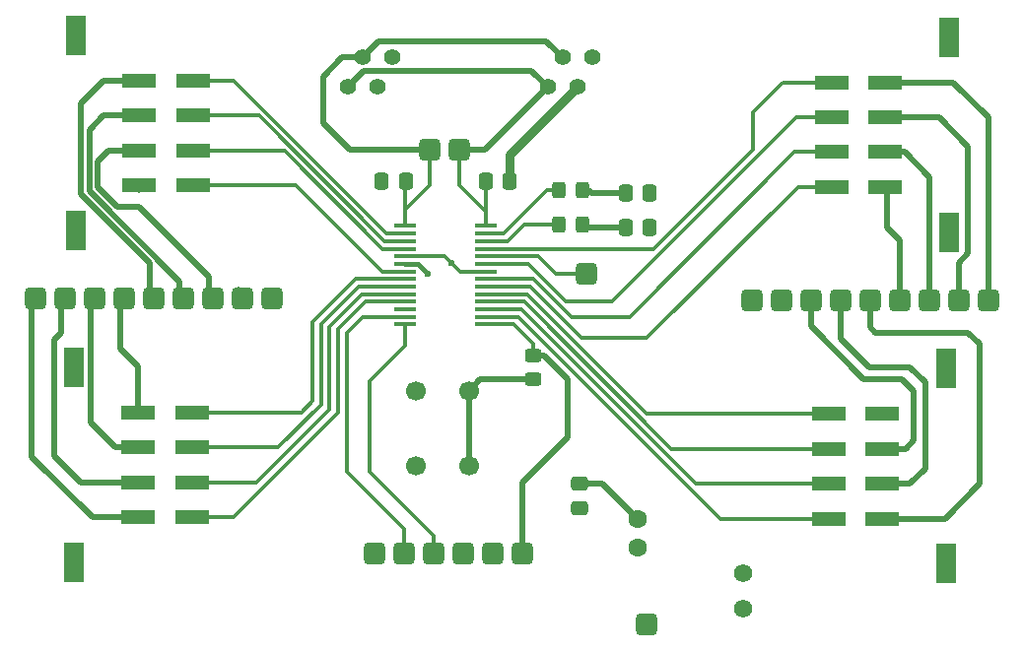
<source format=gbr>
%TF.GenerationSoftware,KiCad,Pcbnew,9.0.5*%
%TF.CreationDate,2025-11-19T11:21:45-07:00*%
%TF.ProjectId,USlave,55536c61-7665-42e6-9b69-6361645f7063,rev?*%
%TF.SameCoordinates,Original*%
%TF.FileFunction,Copper,L1,Top*%
%TF.FilePolarity,Positive*%
%FSLAX46Y46*%
G04 Gerber Fmt 4.6, Leading zero omitted, Abs format (unit mm)*
G04 Created by KiCad (PCBNEW 9.0.5) date 2025-11-19 11:21:45*
%MOMM*%
%LPD*%
G01*
G04 APERTURE LIST*
G04 Aperture macros list*
%AMRoundRect*
0 Rectangle with rounded corners*
0 $1 Rounding radius*
0 $2 $3 $4 $5 $6 $7 $8 $9 X,Y pos of 4 corners*
0 Add a 4 corners polygon primitive as box body*
4,1,4,$2,$3,$4,$5,$6,$7,$8,$9,$2,$3,0*
0 Add four circle primitives for the rounded corners*
1,1,$1+$1,$2,$3*
1,1,$1+$1,$4,$5*
1,1,$1+$1,$6,$7*
1,1,$1+$1,$8,$9*
0 Add four rect primitives between the rounded corners*
20,1,$1+$1,$2,$3,$4,$5,0*
20,1,$1+$1,$4,$5,$6,$7,0*
20,1,$1+$1,$6,$7,$8,$9,0*
20,1,$1+$1,$8,$9,$2,$3,0*%
G04 Aperture macros list end*
%TA.AperFunction,SMDPad,CuDef*%
%ADD10RoundRect,0.250000X-0.337500X-0.475000X0.337500X-0.475000X0.337500X0.475000X-0.337500X0.475000X0*%
%TD*%
%TA.AperFunction,ComponentPad*%
%ADD11RoundRect,0.250000X-0.337500X-0.475000X0.337500X-0.475000X0.337500X0.475000X-0.337500X0.475000X0*%
%TD*%
%TA.AperFunction,ComponentPad*%
%ADD12RoundRect,0.476250X0.476250X0.476250X-0.476250X0.476250X-0.476250X-0.476250X0.476250X-0.476250X0*%
%TD*%
%TA.AperFunction,ComponentPad*%
%ADD13RoundRect,0.476250X-0.476250X-0.476250X0.476250X-0.476250X0.476250X0.476250X-0.476250X0.476250X0*%
%TD*%
%TA.AperFunction,ComponentPad*%
%ADD14R,2.921000X1.270000*%
%TD*%
%TA.AperFunction,SMDPad,CuDef*%
%ADD15R,1.651000X3.429000*%
%TD*%
%TA.AperFunction,SMDPad,CuDef*%
%ADD16RoundRect,0.100000X0.850000X0.100000X-0.850000X0.100000X-0.850000X-0.100000X0.850000X-0.100000X0*%
%TD*%
%TA.AperFunction,SMDPad,CuDef*%
%ADD17RoundRect,0.250000X0.450000X-0.325000X0.450000X0.325000X-0.450000X0.325000X-0.450000X-0.325000X0*%
%TD*%
%TA.AperFunction,SMDPad,CuDef*%
%ADD18RoundRect,0.250000X-0.325000X-0.450000X0.325000X-0.450000X0.325000X0.450000X-0.325000X0.450000X0*%
%TD*%
%TA.AperFunction,SMDPad,CuDef*%
%ADD19RoundRect,0.250000X0.337500X0.475000X-0.337500X0.475000X-0.337500X-0.475000X0.337500X-0.475000X0*%
%TD*%
%TA.AperFunction,SMDPad,CuDef*%
%ADD20RoundRect,0.250000X0.475000X-0.337500X0.475000X0.337500X-0.475000X0.337500X-0.475000X-0.337500X0*%
%TD*%
%TA.AperFunction,ComponentPad*%
%ADD21RoundRect,0.250000X0.475000X-0.337500X0.475000X0.337500X-0.475000X0.337500X-0.475000X-0.337500X0*%
%TD*%
%TA.AperFunction,ComponentPad*%
%ADD22C,1.574800*%
%TD*%
%TA.AperFunction,ComponentPad*%
%ADD23C,1.400000*%
%TD*%
%TA.AperFunction,ComponentPad*%
%ADD24C,1.700000*%
%TD*%
%TA.AperFunction,ComponentPad*%
%ADD25C,1.600000*%
%TD*%
%TA.AperFunction,ViaPad*%
%ADD26C,0.600000*%
%TD*%
%TA.AperFunction,Conductor*%
%ADD27C,0.500000*%
%TD*%
%TA.AperFunction,Conductor*%
%ADD28C,0.300000*%
%TD*%
%TA.AperFunction,Conductor*%
%ADD29C,0.762000*%
%TD*%
%TA.AperFunction,Conductor*%
%ADD30C,0.381000*%
%TD*%
G04 APERTURE END LIST*
D10*
%TO.P,R6,1*%
%TO.N,Net-(D2-K)*%
X199962500Y-73000000D03*
D11*
%TO.P,R6,2*%
%TO.N,GND*%
X202037500Y-73000000D03*
%TD*%
D12*
%TO.P,J3,1*%
%TO.N,Net-(D1-K)*%
X191080000Y-101000000D03*
%TO.P,J3,2*%
%TO.N,Net-(U1-V_{DD})*%
X188540000Y-101000000D03*
%TO.P,J3,3*%
%TO.N,GND*%
X186000000Y-101000000D03*
%TO.P,J3,4*%
%TO.N,Net-(U1-ICSPDAT{slash}RB7)*%
X183460000Y-101000000D03*
%TO.P,J3,5*%
%TO.N,Net-(U1-ICSPCLK{slash}RB6)*%
X180920000Y-101000000D03*
%TO.P,J3,6*%
%TO.N,unconnected-(J3-Pad6)*%
X178380000Y-101000000D03*
%TD*%
D13*
%TO.P,R2,1,COM*%
%TO.N,Net-(U1-V_{DD})*%
X210802999Y-79250000D03*
%TO.P,R2,2,R1*%
%TO.N,Net-(R2-R1)*%
X213342999Y-79250000D03*
%TO.P,R2,3,R2*%
%TO.N,Net-(R2-R2)*%
X215882999Y-79250000D03*
%TO.P,R2,4,R3*%
%TO.N,Net-(R2-R3)*%
X218422999Y-79250000D03*
%TO.P,R2,5,R4*%
%TO.N,Net-(R2-R4)*%
X220962999Y-79250000D03*
%TO.P,R2,6,R5*%
%TO.N,Net-(R2-R5)*%
X223502999Y-79250000D03*
%TO.P,R2,7,R6*%
%TO.N,Net-(R2-R6)*%
X226042999Y-79250000D03*
%TO.P,R2,8,R7*%
%TO.N,Net-(R2-R7)*%
X228582999Y-79250000D03*
%TO.P,R2,9,R8*%
%TO.N,Net-(R2-R8)*%
X231127441Y-79259999D03*
%TD*%
D14*
%TO.P,J9,1,1*%
%TO.N,Net-(R2-R8)*%
X222300000Y-60500001D03*
%TO.P,J9,2,2*%
%TO.N,Net-(R2-R7)*%
X222300000Y-63500000D03*
%TO.P,J9,3,3*%
%TO.N,Net-(R2-R6)*%
X222300000Y-66500000D03*
%TO.P,J9,4,4*%
%TO.N,Net-(R2-R5)*%
X222300000Y-69499999D03*
%TO.P,J9,5,5*%
%TO.N,Net-(U1-RC0)*%
X217670001Y-60500001D03*
%TO.P,J9,6,6*%
%TO.N,Net-(U1-RA7)*%
X217670001Y-63500000D03*
%TO.P,J9,7,7*%
%TO.N,Net-(U1-RA5)*%
X217670001Y-66500000D03*
%TO.P,J9,8,8*%
%TO.N,Net-(U1-RA4)*%
X217670001Y-69499999D03*
D15*
%TO.P,J9,9*%
%TO.N,N/C*%
X227770001Y-73385000D03*
%TO.P,J9,10*%
X227770001Y-56615000D03*
%TD*%
D16*
%TO.P,U1,1,RE3/~{MCLR}/V_{PP}*%
%TO.N,Net-(D1-K)*%
X188000000Y-81300000D03*
%TO.P,U1,2,RA0*%
%TO.N,Net-(U1-RA0)*%
X188000000Y-80650000D03*
%TO.P,U1,3,RA1*%
%TO.N,Net-(U1-RA1)*%
X188000000Y-80000000D03*
%TO.P,U1,4,RA2*%
%TO.N,Net-(U1-RA2)*%
X188000000Y-79350000D03*
%TO.P,U1,5,RA3*%
%TO.N,Net-(U1-RA3)*%
X188000000Y-78700000D03*
%TO.P,U1,6,RA4*%
%TO.N,Net-(U1-RA4)*%
X188000000Y-78050000D03*
%TO.P,U1,7,RA5*%
%TO.N,Net-(U1-RA5)*%
X188000000Y-77400000D03*
%TO.P,U1,8,V_{SS}*%
%TO.N,GND*%
X188000000Y-76750000D03*
%TO.P,U1,9,RA7*%
%TO.N,Net-(U1-RA7)*%
X188000000Y-76100000D03*
%TO.P,U1,10,RA6*%
%TO.N,Net-(U1-RA6)*%
X188000000Y-75450000D03*
%TO.P,U1,11,RC0*%
%TO.N,Net-(U1-RC0)*%
X188000000Y-74800000D03*
%TO.P,U1,12,RC1*%
%TO.N,Net-(D2-A)*%
X188000000Y-74150000D03*
%TO.P,U1,13,RC2*%
%TO.N,Net-(D3-A)*%
X188000000Y-73500000D03*
%TO.P,U1,14,RC3*%
%TO.N,Net-(U1-RC3)*%
X188000000Y-72850000D03*
%TO.P,U1,15,RC4*%
%TO.N,Net-(U1-RC4)*%
X181000000Y-72850000D03*
%TO.P,U1,16,RC5*%
%TO.N,Net-(U1-RC5)*%
X181000000Y-73500000D03*
%TO.P,U1,17,RC6*%
%TO.N,Net-(U1-RC6)*%
X181000000Y-74150000D03*
%TO.P,U1,18,RC7*%
%TO.N,Net-(U1-RC7)*%
X181000000Y-74800000D03*
%TO.P,U1,19,V_{SS}*%
%TO.N,GND*%
X181000000Y-75450000D03*
%TO.P,U1,20,V_{DD}*%
%TO.N,Net-(U1-V_{DD})*%
X181000000Y-76100000D03*
%TO.P,U1,21,RB0*%
%TO.N,Net-(U1-RB0)*%
X181000000Y-76750000D03*
%TO.P,U1,22,RB1*%
%TO.N,Net-(U1-RB1)*%
X181000000Y-77400000D03*
%TO.P,U1,23,RB2*%
%TO.N,Net-(U1-RB2)*%
X181000000Y-78050000D03*
%TO.P,U1,24,RB3*%
%TO.N,Net-(U1-RB3)*%
X181000000Y-78700000D03*
%TO.P,U1,25,RB4*%
%TO.N,Net-(U1-RB4)*%
X181000000Y-79350000D03*
%TO.P,U1,26,RB5*%
%TO.N,unconnected-(U1-RB5-Pad26)*%
X181000000Y-80000000D03*
%TO.P,U1,27,ICSPCLK/RB6*%
%TO.N,Net-(U1-ICSPCLK{slash}RB6)*%
X181000000Y-80650000D03*
%TO.P,U1,28,ICSPDAT/RB7*%
%TO.N,Net-(U1-ICSPDAT{slash}RB7)*%
X181000000Y-81300000D03*
%TD*%
D17*
%TO.P,D1,1,K*%
%TO.N,Net-(D1-K)*%
X192000000Y-84000000D03*
%TO.P,D1,2,A*%
%TO.N,Net-(D1-A)*%
X192000000Y-86032000D03*
%TD*%
D14*
%TO.P,J6,1,1*%
%TO.N,Net-(R3-R1)*%
X158192538Y-69366816D03*
%TO.P,J6,2,2*%
%TO.N,Net-(R3-R2)*%
X158192538Y-66366817D03*
%TO.P,J6,3,3*%
%TO.N,Net-(R3-R3)*%
X158192538Y-63366817D03*
%TO.P,J6,4,4*%
%TO.N,Net-(R3-R4)*%
X158192538Y-60366818D03*
%TO.P,J6,5,5*%
%TO.N,Net-(U1-RB0)*%
X162822537Y-69366816D03*
%TO.P,J6,6,6*%
%TO.N,Net-(U1-RC7)*%
X162822537Y-66366817D03*
%TO.P,J6,7,7*%
%TO.N,Net-(U1-RC6)*%
X162822537Y-63366817D03*
%TO.P,J6,8,8*%
%TO.N,Net-(U1-RC5)*%
X162822537Y-60366818D03*
D15*
%TO.P,J6,9*%
%TO.N,N/C*%
X152722537Y-56481817D03*
%TO.P,J6,10*%
X152722537Y-73251817D03*
%TD*%
D18*
%TO.P,D2,1,K*%
%TO.N,Net-(D2-K)*%
X196270000Y-72762000D03*
%TO.P,D2,2,A*%
%TO.N,Net-(D2-A)*%
X194238000Y-72762000D03*
%TD*%
D19*
%TO.P,R4,1*%
%TO.N,Net-(U1-V_{DD})*%
X190037500Y-69000000D03*
%TO.P,R4,2*%
%TO.N,Net-(U1-RC3)*%
X187962500Y-69000000D03*
%TD*%
D14*
%TO.P,J8,1,1*%
%TO.N,Net-(R2-R1)*%
X222042998Y-89000000D03*
%TO.P,J8,2,2*%
%TO.N,Net-(R2-R2)*%
X222042998Y-91999999D03*
%TO.P,J8,3,3*%
%TO.N,Net-(R2-R3)*%
X222042998Y-94999999D03*
%TO.P,J8,4,4*%
%TO.N,Net-(R2-R4)*%
X222042998Y-97999998D03*
%TO.P,J8,5,5*%
%TO.N,Net-(U1-RA3)*%
X217412999Y-89000000D03*
%TO.P,J8,6,6*%
%TO.N,Net-(U1-RA2)*%
X217412999Y-91999999D03*
%TO.P,J8,7,7*%
%TO.N,Net-(U1-RA1)*%
X217412999Y-94999999D03*
%TO.P,J8,8,8*%
%TO.N,Net-(U1-RA0)*%
X217412999Y-97999998D03*
D15*
%TO.P,J8,9*%
%TO.N,N/C*%
X227512999Y-101884999D03*
%TO.P,J8,10*%
X227512999Y-85114999D03*
%TD*%
D12*
%TO.P,J2,1*%
%TO.N,Net-(U1-RC3)*%
X185680000Y-66300000D03*
%TO.P,J2,2*%
%TO.N,Net-(U1-RC4)*%
X183140000Y-66300000D03*
%TD*%
D13*
%TO.P,TP1,1,1*%
%TO.N,GND*%
X201800000Y-107100000D03*
%TD*%
D14*
%TO.P,J7,1,1*%
%TO.N,Net-(R3-R8)*%
X158079539Y-97866815D03*
%TO.P,J7,2,2*%
%TO.N,Net-(R3-R7)*%
X158079539Y-94866816D03*
%TO.P,J7,3,3*%
%TO.N,Net-(R3-R6)*%
X158079539Y-91866816D03*
%TO.P,J7,4,4*%
%TO.N,Net-(R3-R5)*%
X158079539Y-88866817D03*
%TO.P,J7,5,5*%
%TO.N,Net-(U1-RB4)*%
X162709538Y-97866815D03*
%TO.P,J7,6,6*%
%TO.N,Net-(U1-RB3)*%
X162709538Y-94866816D03*
%TO.P,J7,7,7*%
%TO.N,Net-(U1-RB2)*%
X162709538Y-91866816D03*
%TO.P,J7,8,8*%
%TO.N,Net-(U1-RB1)*%
X162709538Y-88866817D03*
D15*
%TO.P,J7,9*%
%TO.N,N/C*%
X152609538Y-84981816D03*
%TO.P,J7,10*%
X152609538Y-101751816D03*
%TD*%
D20*
%TO.P,R1,1*%
%TO.N,Net-(R1-Pad1)*%
X196000000Y-97075000D03*
D21*
%TO.P,R1,2*%
%TO.N,Net-(D1-A)*%
X196000000Y-95000000D03*
%TD*%
D22*
%TO.P,J1,1*%
%TO.N,Net-(U1-V_{DD})*%
X210039600Y-105735700D03*
%TO.P,J1,2*%
%TO.N,GND*%
X210039600Y-102735701D03*
%TD*%
D23*
%TO.P,J5,1*%
%TO.N,GND*%
X197127401Y-58328877D03*
%TO.P,J5,2*%
%TO.N,Net-(U1-V_{DD})*%
X195857401Y-60868877D03*
%TO.P,J5,3*%
%TO.N,Net-(U1-RC4)*%
X194587401Y-58328877D03*
%TO.P,J5,4*%
%TO.N,Net-(U1-RC3)*%
X193317401Y-60868877D03*
%TD*%
D10*
%TO.P,R7,1*%
%TO.N,Net-(D3-K)*%
X199962500Y-70000000D03*
D11*
%TO.P,R7,2*%
%TO.N,GND*%
X202037500Y-70000000D03*
%TD*%
D23*
%TO.P,J4,1*%
%TO.N,GND*%
X179905000Y-58350000D03*
%TO.P,J4,2*%
%TO.N,Net-(U1-V_{DD})*%
X178635000Y-60890000D03*
%TO.P,J4,3*%
%TO.N,Net-(U1-RC4)*%
X177365000Y-58350000D03*
%TO.P,J4,4*%
%TO.N,Net-(U1-RC3)*%
X176095000Y-60890000D03*
%TD*%
D12*
%TO.P,R3,1,COM*%
%TO.N,Net-(U1-V_{DD})*%
X169600000Y-79100000D03*
%TO.P,R3,2,R1*%
%TO.N,Net-(R3-R1)*%
X167060000Y-79100000D03*
%TO.P,R3,3,R2*%
%TO.N,Net-(R3-R2)*%
X164520000Y-79100000D03*
%TO.P,R3,4,R3*%
%TO.N,Net-(R3-R3)*%
X161980000Y-79100000D03*
%TO.P,R3,5,R4*%
%TO.N,Net-(R3-R4)*%
X159440000Y-79100000D03*
%TO.P,R3,6,R5*%
%TO.N,Net-(R3-R5)*%
X156900000Y-79100000D03*
%TO.P,R3,7,R6*%
%TO.N,Net-(R3-R6)*%
X154360000Y-79100000D03*
%TO.P,R3,8,R7*%
%TO.N,Net-(R3-R7)*%
X151820000Y-79100000D03*
%TO.P,R3,9,R8*%
%TO.N,Net-(R3-R8)*%
X149275558Y-79090001D03*
%TD*%
D24*
%TO.P,SW1,1,1*%
%TO.N,GND*%
X182000000Y-93500000D03*
X182000000Y-87000000D03*
%TO.P,SW1,2,2*%
%TO.N,Net-(D1-A)*%
X186500000Y-93500000D03*
X186500000Y-87000000D03*
%TD*%
D11*
%TO.P,R5,1*%
%TO.N,Net-(U1-V_{DD})*%
X179000000Y-69000000D03*
D10*
%TO.P,R5,2*%
%TO.N,Net-(U1-RC4)*%
X181075000Y-69000000D03*
%TD*%
D13*
%TO.P,TP2,1,1*%
%TO.N,Net-(U1-RA6)*%
X196600000Y-77000000D03*
%TD*%
D18*
%TO.P,D3,1,K*%
%TO.N,Net-(D3-K)*%
X196270000Y-69762000D03*
%TO.P,D3,2,A*%
%TO.N,Net-(D3-A)*%
X194238000Y-69762000D03*
%TD*%
D25*
%TO.P,C1,1*%
%TO.N,Net-(D1-A)*%
X201000000Y-98000000D03*
%TO.P,C1,2*%
%TO.N,GND*%
X201000000Y-100500000D03*
%TD*%
D26*
%TO.N,GND*%
X185000000Y-76000000D03*
%TO.N,Net-(U1-V_{DD})*%
X183000000Y-77000000D03*
%TD*%
D27*
%TO.N,Net-(D1-A)*%
X187468000Y-86032000D02*
X192000000Y-86032000D01*
X198000000Y-95000000D02*
X196000000Y-95000000D01*
X186500000Y-87000000D02*
X187468000Y-86032000D01*
X186500000Y-93500000D02*
X186500000Y-87000000D01*
X201000000Y-98000000D02*
X198000000Y-95000000D01*
%TO.N,Net-(D1-K)*%
X195000000Y-86000000D02*
X193000000Y-84000000D01*
X195000000Y-91000000D02*
X195000000Y-86000000D01*
X191080000Y-101000000D02*
X191080000Y-94920000D01*
D28*
X188000000Y-81300000D02*
X190300000Y-81300000D01*
D27*
X191080000Y-94920000D02*
X195000000Y-91000000D01*
D28*
X192000000Y-83000000D02*
X192000000Y-84000000D01*
X190300000Y-81300000D02*
X192000000Y-83000000D01*
D27*
X193000000Y-84000000D02*
X192000000Y-84000000D01*
%TO.N,Net-(D2-K)*%
X199962500Y-73000000D02*
X196508000Y-73000000D01*
X196508000Y-73000000D02*
X196270000Y-72762000D01*
%TO.N,Net-(D3-K)*%
X196762000Y-69762000D02*
X196270000Y-69762000D01*
X199962500Y-70000000D02*
X197000000Y-70000000D01*
X197000000Y-70000000D02*
X196762000Y-69762000D01*
D28*
%TO.N,Net-(D3-A)*%
X189500000Y-73500000D02*
X193238000Y-69762000D01*
X193238000Y-69762000D02*
X194238000Y-69762000D01*
X188000000Y-73500000D02*
X189500000Y-73500000D01*
%TO.N,GND*%
X185750000Y-76750000D02*
X188000000Y-76750000D01*
X184450000Y-75450000D02*
X185000000Y-76000000D01*
X181000000Y-75450000D02*
X184450000Y-75450000D01*
X185000000Y-76000000D02*
X185750000Y-76750000D01*
D27*
%TO.N,Net-(U1-RC3)*%
X187886278Y-66300000D02*
X185680000Y-66300000D01*
D28*
X188000000Y-71620000D02*
X185680000Y-69300000D01*
D27*
X176095000Y-60890000D02*
X177484000Y-59501000D01*
D28*
X188000000Y-71620000D02*
X188000000Y-69037500D01*
D27*
X177484000Y-59501000D02*
X191861000Y-59501000D01*
D28*
X188000000Y-72850000D02*
X188000000Y-71620000D01*
X188000000Y-69037500D02*
X187962500Y-69000000D01*
D27*
X187962500Y-69000000D02*
X187962500Y-68582500D01*
X191861000Y-59501000D02*
X193600000Y-61240000D01*
D28*
X185680000Y-69300000D02*
X185680000Y-66300000D01*
D27*
X192946278Y-61240000D02*
X187886278Y-66300000D01*
D28*
%TO.N,Net-(U1-RC4)*%
X181000000Y-69075000D02*
X181075000Y-69000000D01*
D27*
X178715000Y-57000000D02*
X193170000Y-57000000D01*
X177365000Y-58350000D02*
X178715000Y-57000000D01*
X175650000Y-58350000D02*
X174000000Y-60000000D01*
X193170000Y-57000000D02*
X194870000Y-58700000D01*
D28*
X181000000Y-72850000D02*
X181000000Y-71447500D01*
D27*
X174000000Y-60000000D02*
X174000000Y-64000000D01*
D28*
X181000000Y-71447500D02*
X183140000Y-69307500D01*
D27*
X174000000Y-64000000D02*
X176300000Y-66300000D01*
D28*
X183140000Y-69307500D02*
X183140000Y-66300000D01*
X181000000Y-72850000D02*
X181000000Y-69075000D01*
D27*
X177365000Y-58350000D02*
X175650000Y-58350000D01*
X176300000Y-66300000D02*
X183140000Y-66300000D01*
D28*
%TO.N,Net-(U1-ICSPDAT{slash}RB7)*%
X183460000Y-99460000D02*
X178000000Y-94000000D01*
X181000000Y-83150000D02*
X181000000Y-81300000D01*
X178000000Y-94000000D02*
X178000000Y-86150000D01*
X183460000Y-101000000D02*
X183460000Y-99460000D01*
X178000000Y-86150000D02*
X181000000Y-83150000D01*
%TO.N,Net-(U1-ICSPCLK{slash}RB6)*%
X176000000Y-94000000D02*
X176000000Y-82000000D01*
X180920000Y-98920000D02*
X176000000Y-94000000D01*
X177350000Y-80650000D02*
X181000000Y-80650000D01*
X176000000Y-82000000D02*
X177350000Y-80650000D01*
X180920000Y-101000000D02*
X180920000Y-98920000D01*
D27*
%TO.N,Net-(R3-R2)*%
X158199539Y-71216817D02*
X156290903Y-71216817D01*
X164220000Y-77237278D02*
X158199539Y-71216817D01*
X154600539Y-67315817D02*
X155549539Y-66366817D01*
X155549539Y-66366817D02*
X158192538Y-66366817D01*
X154600539Y-69526453D02*
X154600539Y-67315817D01*
X156290903Y-71216817D02*
X154600539Y-69526453D01*
X164220000Y-79100000D02*
X164220000Y-77237278D01*
%TO.N,Net-(R3-R3)*%
X161680000Y-77597278D02*
X153899539Y-69816817D01*
X161680000Y-79100000D02*
X161680000Y-77597278D01*
X153899539Y-69816817D02*
X153899539Y-64616817D01*
X155149539Y-63366817D02*
X158192538Y-63366817D01*
X153899539Y-64616817D02*
X155149539Y-63366817D01*
%TO.N,Net-(R3-R4)*%
X155149538Y-60366818D02*
X158192538Y-60366818D01*
X153198539Y-70107181D02*
X153198539Y-62317817D01*
X153198539Y-62317817D02*
X155149538Y-60366818D01*
X159140000Y-79100000D02*
X159140000Y-76048642D01*
X159140000Y-76048642D02*
X153198539Y-70107181D01*
%TO.N,Net-(R3-R1)*%
X166760000Y-79100000D02*
X166760000Y-78341528D01*
X158192538Y-69774066D02*
X158192538Y-69366816D01*
%TO.N,Net-(R3-R8)*%
X154149537Y-97866815D02*
X158079539Y-97866815D01*
X148975558Y-92692836D02*
X154149537Y-97866815D01*
X148975558Y-79366357D02*
X148975558Y-92692836D01*
%TO.N,Net-(R3-R7)*%
X150899539Y-92616817D02*
X150899539Y-82616817D01*
X158079539Y-94866816D02*
X153149538Y-94866816D01*
X150899539Y-82616817D02*
X151520000Y-81996356D01*
X153149538Y-94866816D02*
X150899539Y-92616817D01*
X151520000Y-81996356D02*
X151520000Y-79376356D01*
%TO.N,Net-(R3-R6)*%
X154060000Y-79376356D02*
X154060000Y-89777278D01*
X154060000Y-89777278D02*
X156149538Y-91866816D01*
X156149538Y-91866816D02*
X158079539Y-91866816D01*
%TO.N,Net-(R3-R5)*%
X158079539Y-84896817D02*
X158079539Y-88866817D01*
X156600000Y-83417278D02*
X158079539Y-84896817D01*
X156600000Y-79376356D02*
X156600000Y-83417278D01*
%TO.N,Net-(R2-R2)*%
X215882999Y-81470000D02*
X220412999Y-86000000D01*
X224712999Y-91300000D02*
X224013000Y-91999999D01*
X223712999Y-86000000D02*
X224712999Y-87000000D01*
X224712999Y-87000000D02*
X224712999Y-91300000D01*
X215882999Y-79250000D02*
X215882999Y-81470000D01*
X220412999Y-86000000D02*
X223712999Y-86000000D01*
X224013000Y-91999999D02*
X222042998Y-91999999D01*
%TO.N,Net-(R2-R4)*%
X227412999Y-98000000D02*
X230412999Y-95000000D01*
X227412997Y-97999998D02*
X227412999Y-98000000D01*
X230412999Y-95000000D02*
X230412999Y-83000000D01*
X230412999Y-83000000D02*
X229412999Y-82000000D01*
X220962999Y-81550000D02*
X220962999Y-79250000D01*
X222042998Y-97999998D02*
X227412997Y-97999998D01*
X221412999Y-82000000D02*
X220962999Y-81550000D01*
X229412999Y-82000000D02*
X221412999Y-82000000D01*
%TO.N,Net-(R2-R3)*%
X220912999Y-85000000D02*
X218422999Y-82510000D01*
X225712999Y-86300000D02*
X224412999Y-85000000D01*
X224413000Y-94999999D02*
X225712999Y-93700000D01*
X225712999Y-93700000D02*
X225712999Y-86300000D01*
X222042998Y-94999999D02*
X224413000Y-94999999D01*
X224412999Y-85000000D02*
X220912999Y-85000000D01*
X218422999Y-82510000D02*
X218422999Y-79250000D01*
%TO.N,Net-(R2-R5)*%
X222412999Y-73000000D02*
X222412999Y-69612998D01*
X223502999Y-79250000D02*
X223502999Y-74090000D01*
X222412999Y-69612998D02*
X222300000Y-69499999D01*
X223502999Y-74090000D02*
X222412999Y-73000000D01*
%TO.N,Net-(R2-R8)*%
X228106500Y-60500001D02*
X222300000Y-60500001D01*
X231127441Y-79259999D02*
X231127441Y-63520942D01*
X231127441Y-63520942D02*
X228106500Y-60500001D01*
%TO.N,Net-(R2-R6)*%
X223912999Y-66500000D02*
X222300000Y-66500000D01*
X226042999Y-79250000D02*
X226042999Y-68630000D01*
X226042999Y-68630000D02*
X223912999Y-66500000D01*
%TO.N,Net-(R2-R7)*%
X228582999Y-79250000D02*
X228582999Y-76040000D01*
X229412999Y-75210000D02*
X229412999Y-66000000D01*
X228582999Y-76040000D02*
X229412999Y-75210000D01*
X226912999Y-63500000D02*
X222300000Y-63500000D01*
X229412999Y-66000000D02*
X226912999Y-63500000D01*
D28*
%TO.N,Net-(U1-RA6)*%
X194000000Y-77000000D02*
X192450000Y-75450000D01*
X192450000Y-75450000D02*
X188000000Y-75450000D01*
X196600000Y-77000000D02*
X194000000Y-77000000D01*
D29*
%TO.N,Net-(U1-V_{DD})*%
X190037500Y-66688778D02*
X190037500Y-69000000D01*
D30*
X181000000Y-76100000D02*
X182100000Y-76100000D01*
D29*
X195857401Y-60868877D02*
X190037500Y-66688778D01*
D30*
X182100000Y-76100000D02*
X183000000Y-77000000D01*
D28*
%TO.N,Net-(U1-RA1)*%
X205999999Y-94999999D02*
X217412999Y-94999999D01*
X191000000Y-80000000D02*
X205999999Y-94999999D01*
X188000000Y-80000000D02*
X191000000Y-80000000D01*
%TO.N,Net-(U1-RA0)*%
X188000000Y-80650000D02*
X190750000Y-80650000D01*
X190750000Y-80650000D02*
X208099998Y-97999998D01*
X208099998Y-97999998D02*
X217412999Y-97999998D01*
%TO.N,Net-(U1-RB0)*%
X171666816Y-69366816D02*
X162822537Y-69366816D01*
X181000000Y-76750000D02*
X179050000Y-76750000D01*
X179050000Y-76750000D02*
X171666816Y-69366816D01*
%TO.N,Net-(U1-RA5)*%
X192000000Y-77400000D02*
X195300000Y-80700000D01*
X214500000Y-66500000D02*
X217500000Y-66500000D01*
X200300000Y-80700000D02*
X214500000Y-66500000D01*
X195300000Y-80700000D02*
X200300000Y-80700000D01*
X188000000Y-77400000D02*
X192000000Y-77400000D01*
%TO.N,Net-(U1-RB4)*%
X175300000Y-88900000D02*
X166333185Y-97866815D01*
X181000000Y-79350000D02*
X177650000Y-79350000D01*
X166333185Y-97866815D02*
X162709538Y-97866815D01*
X175300000Y-81700000D02*
X175300000Y-88900000D01*
X177650000Y-79350000D02*
X175300000Y-81700000D01*
%TO.N,Net-(U1-RB2)*%
X170133184Y-91866816D02*
X162709538Y-91866816D01*
X173800000Y-88200000D02*
X170133184Y-91866816D01*
X173800000Y-81300000D02*
X173800000Y-88200000D01*
X181000000Y-78050000D02*
X177050000Y-78050000D01*
X177050000Y-78050000D02*
X173800000Y-81300000D01*
%TO.N,Net-(U1-RB3)*%
X174500000Y-81500000D02*
X174500000Y-88600000D01*
X181000000Y-78700000D02*
X177300000Y-78700000D01*
X177300000Y-78700000D02*
X174500000Y-81500000D01*
X168233184Y-94866816D02*
X162709538Y-94866816D01*
X174500000Y-88600000D02*
X168233184Y-94866816D01*
%TO.N,Net-(U1-RC5)*%
X179400000Y-73500000D02*
X166266818Y-60366818D01*
X166266818Y-60366818D02*
X162822537Y-60366818D01*
X181000000Y-73500000D02*
X179400000Y-73500000D01*
%TO.N,Net-(U1-RC6)*%
X179250000Y-74150000D02*
X168466817Y-63366817D01*
X168466817Y-63366817D02*
X162822537Y-63366817D01*
X181000000Y-74150000D02*
X179250000Y-74150000D01*
%TO.N,Net-(U1-RC7)*%
X181000000Y-74800000D02*
X179100000Y-74800000D01*
X179100000Y-74800000D02*
X170666817Y-66366817D01*
X170666817Y-66366817D02*
X162822537Y-66366817D01*
%TO.N,Net-(U1-RB1)*%
X181000000Y-77400000D02*
X176800000Y-77400000D01*
X176800000Y-77400000D02*
X173100000Y-81100000D01*
X173100000Y-87900000D02*
X172133183Y-88866817D01*
X173100000Y-81100000D02*
X173100000Y-87900000D01*
X172133183Y-88866817D02*
X162709538Y-88866817D01*
%TO.N,Net-(U1-RA2)*%
X188000000Y-79350000D02*
X191250000Y-79350000D01*
X203899999Y-91999999D02*
X217412999Y-91999999D01*
X191250000Y-79350000D02*
X203899999Y-91999999D01*
%TO.N,Net-(U1-RA4)*%
X191750000Y-78050000D02*
X196200000Y-82500000D01*
X201800000Y-82500000D02*
X214800001Y-69499999D01*
X188000000Y-78050000D02*
X191750000Y-78050000D01*
X214800001Y-69499999D02*
X217670001Y-69499999D01*
X196200000Y-82500000D02*
X201800000Y-82500000D01*
%TO.N,Net-(U1-RA3)*%
X217412999Y-89000000D02*
X201800000Y-89000000D01*
X191500000Y-78700000D02*
X188000000Y-78700000D01*
X201800000Y-89000000D02*
X191500000Y-78700000D01*
%TO.N,Net-(U1-RC0)*%
X213499999Y-60500001D02*
X217670001Y-60500001D01*
X188000000Y-74800000D02*
X202400000Y-74800000D01*
X210900000Y-63100000D02*
X213400000Y-60600000D01*
X202400000Y-74800000D02*
X210900000Y-66300000D01*
X213400000Y-60600000D02*
X213499999Y-60500001D01*
X210900000Y-66300000D02*
X210900000Y-63100000D01*
%TO.N,Net-(D2-A)*%
X191238000Y-72762000D02*
X194238000Y-72762000D01*
X188000000Y-74150000D02*
X189850000Y-74150000D01*
X189850000Y-74150000D02*
X191238000Y-72762000D01*
%TO.N,Net-(U1-RA7)*%
X191600000Y-76100000D02*
X194800000Y-79300000D01*
X194800000Y-79300000D02*
X198800000Y-79300000D01*
X214600000Y-63500000D02*
X217670001Y-63500000D01*
X198800000Y-79300000D02*
X214600000Y-63500000D01*
X188000000Y-76100000D02*
X191600000Y-76100000D01*
%TD*%
M02*

</source>
